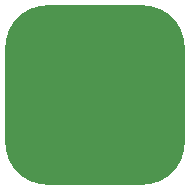
<source format=gtl>
%TF.GenerationSoftware,KiCad,Pcbnew,4.0.5-e0-6337~49~ubuntu16.04.1*%
%TF.CreationDate,2017-01-17T23:17:16-08:00*%
%TF.ProjectId,2x2-Logo-Crazy-Circuits,3278322D4C6F676F2D4372617A792D43,1.0*%
%TF.FileFunction,Copper,L1,Top,Signal*%
%FSLAX46Y46*%
G04 Gerber Fmt 4.6, Leading zero omitted, Abs format (unit mm)*
G04 Created by KiCad (PCBNEW 4.0.5-e0-6337~49~ubuntu16.04.1) date Tue Jan 17 23:17:16 2017*
%MOMM*%
%LPD*%
G01*
G04 APERTURE LIST*
%ADD10C,0.350000*%
%ADD11O,15.240000X7.620000*%
%ADD12O,7.620000X15.240000*%
G04 APERTURE END LIST*
D10*
D11*
X139573000Y-88392000D03*
D12*
X135763000Y-92202000D03*
D11*
X139509500Y-96012000D03*
D12*
X143319500Y-92138500D03*
M02*

</source>
